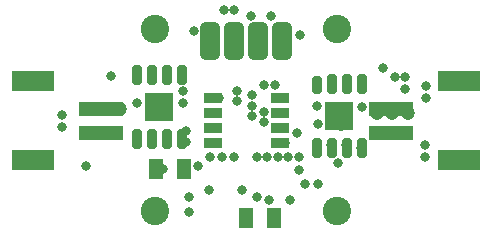
<source format=gbs>
G04*
G04 #@! TF.GenerationSoftware,Altium Limited,Altium Designer,21.9.2 (33)*
G04*
G04 Layer_Color=16711935*
%FSLAX25Y25*%
%MOIN*%
G70*
G04*
G04 #@! TF.SameCoordinates,DE561362-EE76-411C-985F-06221E673FF8*
G04*
G04*
G04 #@! TF.FilePolarity,Negative*
G04*
G01*
G75*
%ADD41C,0.03162*%
%ADD42C,0.04737*%
%ADD43C,0.09461*%
%ADD70R,0.04950X0.06700*%
%ADD72R,0.04949X0.06700*%
G04:AMPARAMS|DCode=76|XSize=59.18mil|YSize=30.84mil|CornerRadius=6.85mil|HoleSize=0mil|Usage=FLASHONLY|Rotation=90.000|XOffset=0mil|YOffset=0mil|HoleType=Round|Shape=RoundedRectangle|*
%AMROUNDEDRECTD76*
21,1,0.05918,0.01713,0,0,90.0*
21,1,0.04547,0.03084,0,0,90.0*
1,1,0.01371,0.00856,0.02274*
1,1,0.01371,0.00856,-0.02274*
1,1,0.01371,-0.00856,-0.02274*
1,1,0.01371,-0.00856,0.02274*
%
%ADD76ROUNDEDRECTD76*%
G04:AMPARAMS|DCode=77|XSize=67.06mil|YSize=30.84mil|CornerRadius=6.85mil|HoleSize=0mil|Usage=FLASHONLY|Rotation=90.000|XOffset=0mil|YOffset=0mil|HoleType=Round|Shape=RoundedRectangle|*
%AMROUNDEDRECTD77*
21,1,0.06706,0.01713,0,0,90.0*
21,1,0.05335,0.03084,0,0,90.0*
1,1,0.01371,0.00856,0.02667*
1,1,0.01371,0.00856,-0.02667*
1,1,0.01371,-0.00856,-0.02667*
1,1,0.01371,-0.00856,0.02667*
%
%ADD77ROUNDEDRECTD77*%
%ADD78R,0.09796X0.09796*%
G04:AMPARAMS|DCode=79|XSize=67.06mil|YSize=126.11mil|CornerRadius=18.76mil|HoleSize=0mil|Usage=FLASHONLY|Rotation=0.000|XOffset=0mil|YOffset=0mil|HoleType=Round|Shape=RoundedRectangle|*
%AMROUNDEDRECTD79*
21,1,0.06706,0.08858,0,0,0.0*
21,1,0.02953,0.12611,0,0,0.0*
1,1,0.03753,0.01476,-0.04429*
1,1,0.03753,-0.01476,-0.04429*
1,1,0.03753,-0.01476,0.04429*
1,1,0.03753,0.01476,0.04429*
%
%ADD79ROUNDEDRECTD79*%
%ADD80R,0.14580X0.04737*%
%ADD81R,0.14186X0.06706*%
%ADD82R,0.05958X0.03359*%
D41*
X-17500Y30000D02*
D03*
X24000Y-21000D02*
D03*
X17000Y-4000D02*
D03*
X17500Y-16500D02*
D03*
X19500Y-21000D02*
D03*
X38219Y-9000D02*
D03*
X53000Y10500D02*
D03*
X-53500Y-15000D02*
D03*
X49500Y14500D02*
D03*
X45500Y17500D02*
D03*
X-500Y-31000D02*
D03*
X14610Y-26390D02*
D03*
X-1240Y-23016D02*
D03*
X14000Y-12000D02*
D03*
X-12000Y-7500D02*
D03*
Y-12000D02*
D03*
X-8000D02*
D03*
X-3000Y6500D02*
D03*
Y10000D02*
D03*
X2000Y1500D02*
D03*
Y5000D02*
D03*
X-12500Y-23000D02*
D03*
X-19000Y-30500D02*
D03*
X59500Y-8000D02*
D03*
X-61500Y-2000D02*
D03*
X2000Y8500D02*
D03*
X6000Y12000D02*
D03*
X-27631Y-16000D02*
D03*
X18000Y28500D02*
D03*
X9500Y12000D02*
D03*
X6000Y3000D02*
D03*
X60000Y7500D02*
D03*
Y11500D02*
D03*
X-16000Y-15000D02*
D03*
X-36500Y6000D02*
D03*
X-45000Y15000D02*
D03*
X-32000Y3000D02*
D03*
X11000Y2500D02*
D03*
X23834Y-913D02*
D03*
X38500Y4500D02*
D03*
X6000Y-426D02*
D03*
X23500Y5000D02*
D03*
X33320Y-8126D02*
D03*
X28320D02*
D03*
X-21000Y10000D02*
D03*
Y6000D02*
D03*
X-9000Y7500D02*
D03*
X-26500Y-5500D02*
D03*
X-31500D02*
D03*
X-36500D02*
D03*
X8240Y35000D02*
D03*
X1500D02*
D03*
X13000Y-7500D02*
D03*
X30575Y-13998D02*
D03*
X53000Y14500D02*
D03*
X-26500Y14000D02*
D03*
X-32000Y6000D02*
D03*
X-28500D02*
D03*
X-7500Y37000D02*
D03*
X-19000Y-25500D02*
D03*
X10500Y-12000D02*
D03*
X7000D02*
D03*
X-4000D02*
D03*
X17500D02*
D03*
X3500D02*
D03*
Y-25500D02*
D03*
X7675Y-26280D02*
D03*
X-20000Y-7000D02*
D03*
Y-3500D02*
D03*
X-61500Y2000D02*
D03*
X59500Y-12000D02*
D03*
X-3971Y36990D02*
D03*
D42*
X-52000Y-4000D02*
D03*
X50559Y-3964D02*
D03*
X54000Y2500D02*
D03*
X31500Y-1000D02*
D03*
X48500Y2500D02*
D03*
X-42000Y4000D02*
D03*
X-47000D02*
D03*
X-52000D02*
D03*
X43500Y2500D02*
D03*
D43*
X30315Y-30000D02*
D03*
X-30315D02*
D03*
Y30500D02*
D03*
X30315D02*
D03*
D70*
X9125Y-32500D02*
D03*
X-125D02*
D03*
D72*
X-20874Y-16000D02*
D03*
X-30126D02*
D03*
D76*
X23500Y11811D02*
D03*
D77*
X33500Y-9150D02*
D03*
X28500D02*
D03*
X23500D02*
D03*
X28500Y12150D02*
D03*
X33500D02*
D03*
X38500D02*
D03*
Y-9150D02*
D03*
X-36500Y-6150D02*
D03*
X-31500D02*
D03*
X-26500D02*
D03*
X-21500D02*
D03*
X-36500Y15150D02*
D03*
X-31500D02*
D03*
X-26500D02*
D03*
X-21500D02*
D03*
D78*
X31000Y1500D02*
D03*
X-29000Y4500D02*
D03*
D79*
X-12000Y26500D02*
D03*
X12000D02*
D03*
X4000D02*
D03*
X-4000D02*
D03*
D80*
X48417Y3937D02*
D03*
Y-3937D02*
D03*
X-48417Y3937D02*
D03*
Y-3937D02*
D03*
D81*
X71055Y13189D02*
D03*
Y-13189D02*
D03*
X-71055Y13189D02*
D03*
Y-13189D02*
D03*
D82*
X11201Y7500D02*
D03*
Y2500D02*
D03*
Y-2500D02*
D03*
Y-7500D02*
D03*
X-11201D02*
D03*
Y-2500D02*
D03*
Y2500D02*
D03*
Y7500D02*
D03*
M02*

</source>
